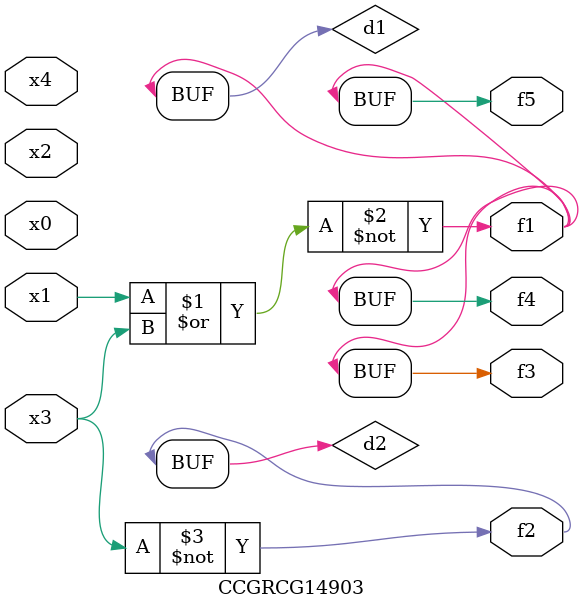
<source format=v>
module CCGRCG14903(
	input x0, x1, x2, x3, x4,
	output f1, f2, f3, f4, f5
);

	wire d1, d2;

	nor (d1, x1, x3);
	not (d2, x3);
	assign f1 = d1;
	assign f2 = d2;
	assign f3 = d1;
	assign f4 = d1;
	assign f5 = d1;
endmodule

</source>
